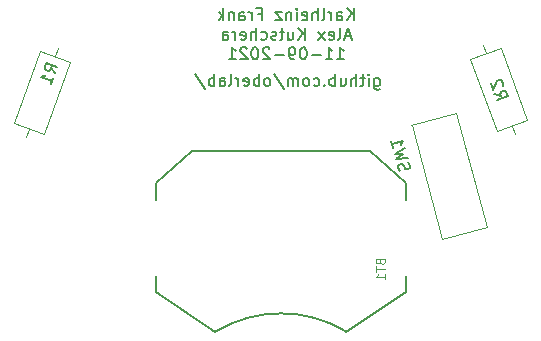
<source format=gbr>
%TF.GenerationSoftware,KiCad,Pcbnew,5.1.10*%
%TF.CreationDate,2021-09-11T14:13:10+02:00*%
%TF.ProjectId,seegeist,73656567-6569-4737-942e-6b696361645f,rev?*%
%TF.SameCoordinates,Original*%
%TF.FileFunction,Legend,Bot*%
%TF.FilePolarity,Positive*%
%FSLAX46Y46*%
G04 Gerber Fmt 4.6, Leading zero omitted, Abs format (unit mm)*
G04 Created by KiCad (PCBNEW 5.1.10) date 2021-09-11 14:13:10*
%MOMM*%
%LPD*%
G01*
G04 APERTURE LIST*
%ADD10C,0.150000*%
%ADD11C,0.203200*%
%ADD12C,0.120000*%
%ADD13C,0.092659*%
G04 APERTURE END LIST*
D10*
X53080323Y-43727714D02*
X53080323Y-44537238D01*
X53127942Y-44632476D01*
X53175561Y-44680095D01*
X53270800Y-44727714D01*
X53413657Y-44727714D01*
X53508895Y-44680095D01*
X53080323Y-44346761D02*
X53175561Y-44394380D01*
X53366038Y-44394380D01*
X53461276Y-44346761D01*
X53508895Y-44299142D01*
X53556514Y-44203904D01*
X53556514Y-43918190D01*
X53508895Y-43822952D01*
X53461276Y-43775333D01*
X53366038Y-43727714D01*
X53175561Y-43727714D01*
X53080323Y-43775333D01*
X52604133Y-44394380D02*
X52604133Y-43727714D01*
X52604133Y-43394380D02*
X52651752Y-43442000D01*
X52604133Y-43489619D01*
X52556514Y-43442000D01*
X52604133Y-43394380D01*
X52604133Y-43489619D01*
X52270800Y-43727714D02*
X51889847Y-43727714D01*
X52127942Y-43394380D02*
X52127942Y-44251523D01*
X52080323Y-44346761D01*
X51985085Y-44394380D01*
X51889847Y-44394380D01*
X51556514Y-44394380D02*
X51556514Y-43394380D01*
X51127942Y-44394380D02*
X51127942Y-43870571D01*
X51175561Y-43775333D01*
X51270800Y-43727714D01*
X51413657Y-43727714D01*
X51508895Y-43775333D01*
X51556514Y-43822952D01*
X50223180Y-43727714D02*
X50223180Y-44394380D01*
X50651752Y-43727714D02*
X50651752Y-44251523D01*
X50604133Y-44346761D01*
X50508895Y-44394380D01*
X50366038Y-44394380D01*
X50270800Y-44346761D01*
X50223180Y-44299142D01*
X49746990Y-44394380D02*
X49746990Y-43394380D01*
X49746990Y-43775333D02*
X49651752Y-43727714D01*
X49461276Y-43727714D01*
X49366038Y-43775333D01*
X49318419Y-43822952D01*
X49270800Y-43918190D01*
X49270800Y-44203904D01*
X49318419Y-44299142D01*
X49366038Y-44346761D01*
X49461276Y-44394380D01*
X49651752Y-44394380D01*
X49746990Y-44346761D01*
X48842228Y-44299142D02*
X48794609Y-44346761D01*
X48842228Y-44394380D01*
X48889847Y-44346761D01*
X48842228Y-44299142D01*
X48842228Y-44394380D01*
X47937466Y-44346761D02*
X48032704Y-44394380D01*
X48223180Y-44394380D01*
X48318419Y-44346761D01*
X48366038Y-44299142D01*
X48413657Y-44203904D01*
X48413657Y-43918190D01*
X48366038Y-43822952D01*
X48318419Y-43775333D01*
X48223180Y-43727714D01*
X48032704Y-43727714D01*
X47937466Y-43775333D01*
X47366038Y-44394380D02*
X47461276Y-44346761D01*
X47508895Y-44299142D01*
X47556514Y-44203904D01*
X47556514Y-43918190D01*
X47508895Y-43822952D01*
X47461276Y-43775333D01*
X47366038Y-43727714D01*
X47223180Y-43727714D01*
X47127942Y-43775333D01*
X47080323Y-43822952D01*
X47032704Y-43918190D01*
X47032704Y-44203904D01*
X47080323Y-44299142D01*
X47127942Y-44346761D01*
X47223180Y-44394380D01*
X47366038Y-44394380D01*
X46604133Y-44394380D02*
X46604133Y-43727714D01*
X46604133Y-43822952D02*
X46556514Y-43775333D01*
X46461276Y-43727714D01*
X46318419Y-43727714D01*
X46223180Y-43775333D01*
X46175561Y-43870571D01*
X46175561Y-44394380D01*
X46175561Y-43870571D02*
X46127942Y-43775333D01*
X46032704Y-43727714D01*
X45889847Y-43727714D01*
X45794609Y-43775333D01*
X45746990Y-43870571D01*
X45746990Y-44394380D01*
X44556514Y-43346761D02*
X45413657Y-44632476D01*
X44080323Y-44394380D02*
X44175561Y-44346761D01*
X44223180Y-44299142D01*
X44270800Y-44203904D01*
X44270800Y-43918190D01*
X44223180Y-43822952D01*
X44175561Y-43775333D01*
X44080323Y-43727714D01*
X43937466Y-43727714D01*
X43842228Y-43775333D01*
X43794609Y-43822952D01*
X43746990Y-43918190D01*
X43746990Y-44203904D01*
X43794609Y-44299142D01*
X43842228Y-44346761D01*
X43937466Y-44394380D01*
X44080323Y-44394380D01*
X43318419Y-44394380D02*
X43318419Y-43394380D01*
X43318419Y-43775333D02*
X43223180Y-43727714D01*
X43032704Y-43727714D01*
X42937466Y-43775333D01*
X42889847Y-43822952D01*
X42842228Y-43918190D01*
X42842228Y-44203904D01*
X42889847Y-44299142D01*
X42937466Y-44346761D01*
X43032704Y-44394380D01*
X43223180Y-44394380D01*
X43318419Y-44346761D01*
X42032704Y-44346761D02*
X42127942Y-44394380D01*
X42318419Y-44394380D01*
X42413657Y-44346761D01*
X42461276Y-44251523D01*
X42461276Y-43870571D01*
X42413657Y-43775333D01*
X42318419Y-43727714D01*
X42127942Y-43727714D01*
X42032704Y-43775333D01*
X41985085Y-43870571D01*
X41985085Y-43965809D01*
X42461276Y-44061047D01*
X41556514Y-44394380D02*
X41556514Y-43727714D01*
X41556514Y-43918190D02*
X41508895Y-43822952D01*
X41461276Y-43775333D01*
X41366038Y-43727714D01*
X41270800Y-43727714D01*
X40794609Y-44394380D02*
X40889847Y-44346761D01*
X40937466Y-44251523D01*
X40937466Y-43394380D01*
X39985085Y-44394380D02*
X39985085Y-43870571D01*
X40032704Y-43775333D01*
X40127942Y-43727714D01*
X40318419Y-43727714D01*
X40413657Y-43775333D01*
X39985085Y-44346761D02*
X40080323Y-44394380D01*
X40318419Y-44394380D01*
X40413657Y-44346761D01*
X40461276Y-44251523D01*
X40461276Y-44156285D01*
X40413657Y-44061047D01*
X40318419Y-44013428D01*
X40080323Y-44013428D01*
X39985085Y-43965809D01*
X39508895Y-44394380D02*
X39508895Y-43394380D01*
X39508895Y-43775333D02*
X39413657Y-43727714D01*
X39223180Y-43727714D01*
X39127942Y-43775333D01*
X39080323Y-43822952D01*
X39032704Y-43918190D01*
X39032704Y-44203904D01*
X39080323Y-44299142D01*
X39127942Y-44346761D01*
X39223180Y-44394380D01*
X39413657Y-44394380D01*
X39508895Y-44346761D01*
X37889847Y-43346761D02*
X38746990Y-44632476D01*
X51308876Y-38832780D02*
X51308876Y-37832780D01*
X50737447Y-38832780D02*
X51166019Y-38261352D01*
X50737447Y-37832780D02*
X51308876Y-38404209D01*
X49880304Y-38832780D02*
X49880304Y-38308971D01*
X49927923Y-38213733D01*
X50023161Y-38166114D01*
X50213638Y-38166114D01*
X50308876Y-38213733D01*
X49880304Y-38785161D02*
X49975542Y-38832780D01*
X50213638Y-38832780D01*
X50308876Y-38785161D01*
X50356495Y-38689923D01*
X50356495Y-38594685D01*
X50308876Y-38499447D01*
X50213638Y-38451828D01*
X49975542Y-38451828D01*
X49880304Y-38404209D01*
X49404114Y-38832780D02*
X49404114Y-38166114D01*
X49404114Y-38356590D02*
X49356495Y-38261352D01*
X49308876Y-38213733D01*
X49213638Y-38166114D01*
X49118400Y-38166114D01*
X48642209Y-38832780D02*
X48737447Y-38785161D01*
X48785066Y-38689923D01*
X48785066Y-37832780D01*
X48261257Y-38832780D02*
X48261257Y-37832780D01*
X47832685Y-38832780D02*
X47832685Y-38308971D01*
X47880304Y-38213733D01*
X47975542Y-38166114D01*
X48118400Y-38166114D01*
X48213638Y-38213733D01*
X48261257Y-38261352D01*
X46975542Y-38785161D02*
X47070780Y-38832780D01*
X47261257Y-38832780D01*
X47356495Y-38785161D01*
X47404114Y-38689923D01*
X47404114Y-38308971D01*
X47356495Y-38213733D01*
X47261257Y-38166114D01*
X47070780Y-38166114D01*
X46975542Y-38213733D01*
X46927923Y-38308971D01*
X46927923Y-38404209D01*
X47404114Y-38499447D01*
X46499352Y-38832780D02*
X46499352Y-38166114D01*
X46499352Y-37832780D02*
X46546971Y-37880400D01*
X46499352Y-37928019D01*
X46451733Y-37880400D01*
X46499352Y-37832780D01*
X46499352Y-37928019D01*
X46023161Y-38166114D02*
X46023161Y-38832780D01*
X46023161Y-38261352D02*
X45975542Y-38213733D01*
X45880304Y-38166114D01*
X45737447Y-38166114D01*
X45642209Y-38213733D01*
X45594590Y-38308971D01*
X45594590Y-38832780D01*
X45213638Y-38166114D02*
X44689828Y-38166114D01*
X45213638Y-38832780D01*
X44689828Y-38832780D01*
X43213638Y-38308971D02*
X43546971Y-38308971D01*
X43546971Y-38832780D02*
X43546971Y-37832780D01*
X43070780Y-37832780D01*
X42689828Y-38832780D02*
X42689828Y-38166114D01*
X42689828Y-38356590D02*
X42642209Y-38261352D01*
X42594590Y-38213733D01*
X42499352Y-38166114D01*
X42404114Y-38166114D01*
X41642209Y-38832780D02*
X41642209Y-38308971D01*
X41689828Y-38213733D01*
X41785066Y-38166114D01*
X41975542Y-38166114D01*
X42070780Y-38213733D01*
X41642209Y-38785161D02*
X41737447Y-38832780D01*
X41975542Y-38832780D01*
X42070780Y-38785161D01*
X42118399Y-38689923D01*
X42118399Y-38594685D01*
X42070780Y-38499447D01*
X41975542Y-38451828D01*
X41737447Y-38451828D01*
X41642209Y-38404209D01*
X41166019Y-38166114D02*
X41166019Y-38832780D01*
X41166019Y-38261352D02*
X41118399Y-38213733D01*
X41023161Y-38166114D01*
X40880304Y-38166114D01*
X40785066Y-38213733D01*
X40737447Y-38308971D01*
X40737447Y-38832780D01*
X40261257Y-38832780D02*
X40261257Y-37832780D01*
X40166019Y-38451828D02*
X39880304Y-38832780D01*
X39880304Y-38166114D02*
X40261257Y-38547066D01*
X51046971Y-40197066D02*
X50570780Y-40197066D01*
X51142209Y-40482780D02*
X50808876Y-39482780D01*
X50475542Y-40482780D01*
X49999352Y-40482780D02*
X50094590Y-40435161D01*
X50142209Y-40339923D01*
X50142209Y-39482780D01*
X49237447Y-40435161D02*
X49332685Y-40482780D01*
X49523161Y-40482780D01*
X49618400Y-40435161D01*
X49666019Y-40339923D01*
X49666019Y-39958971D01*
X49618400Y-39863733D01*
X49523161Y-39816114D01*
X49332685Y-39816114D01*
X49237447Y-39863733D01*
X49189828Y-39958971D01*
X49189828Y-40054209D01*
X49666019Y-40149447D01*
X48856495Y-40482780D02*
X48332685Y-39816114D01*
X48856495Y-39816114D02*
X48332685Y-40482780D01*
X47189828Y-40482780D02*
X47189828Y-39482780D01*
X46618400Y-40482780D02*
X47046971Y-39911352D01*
X46618400Y-39482780D02*
X47189828Y-40054209D01*
X45761257Y-39816114D02*
X45761257Y-40482780D01*
X46189828Y-39816114D02*
X46189828Y-40339923D01*
X46142209Y-40435161D01*
X46046971Y-40482780D01*
X45904114Y-40482780D01*
X45808876Y-40435161D01*
X45761257Y-40387542D01*
X45427923Y-39816114D02*
X45046971Y-39816114D01*
X45285066Y-39482780D02*
X45285066Y-40339923D01*
X45237447Y-40435161D01*
X45142209Y-40482780D01*
X45046971Y-40482780D01*
X44761257Y-40435161D02*
X44666019Y-40482780D01*
X44475542Y-40482780D01*
X44380304Y-40435161D01*
X44332685Y-40339923D01*
X44332685Y-40292304D01*
X44380304Y-40197066D01*
X44475542Y-40149447D01*
X44618400Y-40149447D01*
X44713638Y-40101828D01*
X44761257Y-40006590D01*
X44761257Y-39958971D01*
X44713638Y-39863733D01*
X44618400Y-39816114D01*
X44475542Y-39816114D01*
X44380304Y-39863733D01*
X43475542Y-40435161D02*
X43570780Y-40482780D01*
X43761257Y-40482780D01*
X43856495Y-40435161D01*
X43904114Y-40387542D01*
X43951733Y-40292304D01*
X43951733Y-40006590D01*
X43904114Y-39911352D01*
X43856495Y-39863733D01*
X43761257Y-39816114D01*
X43570780Y-39816114D01*
X43475542Y-39863733D01*
X43046971Y-40482780D02*
X43046971Y-39482780D01*
X42618400Y-40482780D02*
X42618400Y-39958971D01*
X42666019Y-39863733D01*
X42761257Y-39816114D01*
X42904114Y-39816114D01*
X42999352Y-39863733D01*
X43046971Y-39911352D01*
X41761257Y-40435161D02*
X41856495Y-40482780D01*
X42046971Y-40482780D01*
X42142209Y-40435161D01*
X42189828Y-40339923D01*
X42189828Y-39958971D01*
X42142209Y-39863733D01*
X42046971Y-39816114D01*
X41856495Y-39816114D01*
X41761257Y-39863733D01*
X41713638Y-39958971D01*
X41713638Y-40054209D01*
X42189828Y-40149447D01*
X41285066Y-40482780D02*
X41285066Y-39816114D01*
X41285066Y-40006590D02*
X41237447Y-39911352D01*
X41189828Y-39863733D01*
X41094590Y-39816114D01*
X40999352Y-39816114D01*
X40237447Y-40482780D02*
X40237447Y-39958971D01*
X40285066Y-39863733D01*
X40380304Y-39816114D01*
X40570780Y-39816114D01*
X40666019Y-39863733D01*
X40237447Y-40435161D02*
X40332685Y-40482780D01*
X40570780Y-40482780D01*
X40666019Y-40435161D01*
X40713638Y-40339923D01*
X40713638Y-40244685D01*
X40666019Y-40149447D01*
X40570780Y-40101828D01*
X40332685Y-40101828D01*
X40237447Y-40054209D01*
X49904114Y-42132780D02*
X50475542Y-42132780D01*
X50189828Y-42132780D02*
X50189828Y-41132780D01*
X50285066Y-41275638D01*
X50380304Y-41370876D01*
X50475542Y-41418495D01*
X48951733Y-42132780D02*
X49523161Y-42132780D01*
X49237447Y-42132780D02*
X49237447Y-41132780D01*
X49332685Y-41275638D01*
X49427923Y-41370876D01*
X49523161Y-41418495D01*
X48523161Y-41751828D02*
X47761257Y-41751828D01*
X47094590Y-41132780D02*
X46999352Y-41132780D01*
X46904114Y-41180400D01*
X46856495Y-41228019D01*
X46808876Y-41323257D01*
X46761257Y-41513733D01*
X46761257Y-41751828D01*
X46808876Y-41942304D01*
X46856495Y-42037542D01*
X46904114Y-42085161D01*
X46999352Y-42132780D01*
X47094590Y-42132780D01*
X47189828Y-42085161D01*
X47237447Y-42037542D01*
X47285066Y-41942304D01*
X47332685Y-41751828D01*
X47332685Y-41513733D01*
X47285066Y-41323257D01*
X47237447Y-41228019D01*
X47189828Y-41180400D01*
X47094590Y-41132780D01*
X46285066Y-42132780D02*
X46094590Y-42132780D01*
X45999352Y-42085161D01*
X45951733Y-42037542D01*
X45856495Y-41894685D01*
X45808876Y-41704209D01*
X45808876Y-41323257D01*
X45856495Y-41228019D01*
X45904114Y-41180400D01*
X45999352Y-41132780D01*
X46189828Y-41132780D01*
X46285066Y-41180400D01*
X46332685Y-41228019D01*
X46380304Y-41323257D01*
X46380304Y-41561352D01*
X46332685Y-41656590D01*
X46285066Y-41704209D01*
X46189828Y-41751828D01*
X45999352Y-41751828D01*
X45904114Y-41704209D01*
X45856495Y-41656590D01*
X45808876Y-41561352D01*
X45380304Y-41751828D02*
X44618400Y-41751828D01*
X44189828Y-41228019D02*
X44142209Y-41180400D01*
X44046971Y-41132780D01*
X43808876Y-41132780D01*
X43713638Y-41180400D01*
X43666019Y-41228019D01*
X43618400Y-41323257D01*
X43618400Y-41418495D01*
X43666019Y-41561352D01*
X44237447Y-42132780D01*
X43618400Y-42132780D01*
X42999352Y-41132780D02*
X42904114Y-41132780D01*
X42808876Y-41180400D01*
X42761257Y-41228019D01*
X42713638Y-41323257D01*
X42666019Y-41513733D01*
X42666019Y-41751828D01*
X42713638Y-41942304D01*
X42761257Y-42037542D01*
X42808876Y-42085161D01*
X42904114Y-42132780D01*
X42999352Y-42132780D01*
X43094590Y-42085161D01*
X43142209Y-42037542D01*
X43189828Y-41942304D01*
X43237447Y-41751828D01*
X43237447Y-41513733D01*
X43189828Y-41323257D01*
X43142209Y-41228019D01*
X43094590Y-41180400D01*
X42999352Y-41132780D01*
X42285066Y-41228019D02*
X42237447Y-41180400D01*
X42142209Y-41132780D01*
X41904114Y-41132780D01*
X41808876Y-41180400D01*
X41761257Y-41228019D01*
X41713638Y-41323257D01*
X41713638Y-41418495D01*
X41761257Y-41561352D01*
X42332685Y-42132780D01*
X41713638Y-42132780D01*
X40761257Y-42132780D02*
X41332685Y-42132780D01*
X41046971Y-42132780D02*
X41046971Y-41132780D01*
X41142209Y-41275638D01*
X41237447Y-41370876D01*
X41332685Y-41418495D01*
D11*
%TO.C,BT1*%
X52661200Y-49901600D02*
X37661200Y-49901600D01*
X52661200Y-49901600D02*
X55711200Y-52601600D01*
X37661200Y-49901600D02*
X34611200Y-52601600D01*
X34611200Y-61801600D02*
X39611200Y-65201600D01*
X50711200Y-65201600D02*
X55711200Y-61801600D01*
X34611200Y-52601600D02*
X34611200Y-54051600D01*
X55711200Y-54051600D02*
X55711200Y-52601600D01*
X55711200Y-61801600D02*
X55711200Y-60451600D01*
X34611200Y-61801600D02*
X34611200Y-60451600D01*
X50711199Y-65201599D02*
G75*
G03*
X39611200Y-65201600I-5549999J-9161300D01*
G01*
D12*
%TO.C,R1*%
X24763565Y-41415076D02*
X27338322Y-42352211D01*
X27338322Y-42352211D02*
X25101511Y-48497801D01*
X25101511Y-48497801D02*
X22526753Y-47560666D01*
X22526753Y-47560666D02*
X24763565Y-41415076D01*
X26314299Y-41160080D02*
X26050944Y-41883644D01*
X23550776Y-48752797D02*
X23814132Y-48029233D01*
%TO.C,R2*%
X64993624Y-48498797D02*
X64730268Y-47775233D01*
X62230101Y-40906080D02*
X62493456Y-41629644D01*
X63442889Y-48243801D02*
X61206078Y-42098211D01*
X66017647Y-47306666D02*
X63442889Y-48243801D01*
X63780835Y-41161076D02*
X66017647Y-47306666D01*
X61206078Y-42098211D02*
X63780835Y-41161076D01*
%TO.C,SW1*%
X60022267Y-46724131D02*
X56212843Y-47718567D01*
X62599276Y-56341661D02*
X60022267Y-46724131D01*
X58796426Y-57360632D02*
X62599276Y-56341661D01*
X56219417Y-47743102D02*
X58796426Y-57360632D01*
%TO.C,*%
D10*
%TO.C,BT1*%
D13*
X53546465Y-59277062D02*
X53583235Y-59387371D01*
X53620004Y-59424140D01*
X53693543Y-59460910D01*
X53803852Y-59460910D01*
X53877391Y-59424140D01*
X53914160Y-59387371D01*
X53950930Y-59313832D01*
X53950930Y-59019675D01*
X53178770Y-59019675D01*
X53178770Y-59277062D01*
X53215540Y-59350601D01*
X53252309Y-59387371D01*
X53325848Y-59424140D01*
X53399387Y-59424140D01*
X53472926Y-59387371D01*
X53509696Y-59350601D01*
X53546465Y-59277062D01*
X53546465Y-59019675D01*
X53178770Y-59681527D02*
X53178770Y-60122761D01*
X53950930Y-59902144D02*
X53178770Y-59902144D01*
X53950930Y-60784613D02*
X53950930Y-60343378D01*
X53950930Y-60563995D02*
X53178770Y-60563995D01*
X53289079Y-60490456D01*
X53362618Y-60416917D01*
X53399387Y-60343378D01*
%TO.C,R1*%
D10*
X26034502Y-43330507D02*
X25701036Y-42854410D01*
X26229942Y-42793540D02*
X25290249Y-42451520D01*
X25159956Y-42809498D01*
X25172130Y-42915279D01*
X25200590Y-42976313D01*
X25273798Y-43053634D01*
X25408040Y-43102494D01*
X25513821Y-43090320D01*
X25574855Y-43061860D01*
X25652176Y-42988652D01*
X25782469Y-42630674D01*
X25708768Y-44225453D02*
X25904209Y-43688486D01*
X25806488Y-43956969D02*
X24866796Y-43614949D01*
X25033611Y-43574315D01*
X25155679Y-43517393D01*
X25232999Y-43444186D01*
%TO.C,R2*%
X63233504Y-45066138D02*
X63794983Y-45216502D01*
X63428944Y-45603106D02*
X64368637Y-45261085D01*
X64238343Y-44903107D01*
X64161023Y-44829899D01*
X64099989Y-44801439D01*
X63994207Y-44789265D01*
X63859966Y-44838125D01*
X63786758Y-44915446D01*
X63758297Y-44976479D01*
X63746123Y-45082261D01*
X63876417Y-45440239D01*
X63953409Y-44398713D02*
X63981869Y-44337679D01*
X63994043Y-44231898D01*
X63912610Y-44008162D01*
X63835289Y-43934954D01*
X63774255Y-43906493D01*
X63668474Y-43894320D01*
X63578979Y-43926893D01*
X63461024Y-44020500D01*
X63119497Y-44752907D01*
X62907770Y-44171193D01*
%TO.C,SW1*%
X55224522Y-51633861D02*
X55141551Y-51508196D01*
X55079927Y-51278214D01*
X55101274Y-51173896D01*
X55134946Y-51115575D01*
X55214614Y-51044929D01*
X55306607Y-51020279D01*
X55410925Y-51041627D01*
X55469246Y-51075298D01*
X55539892Y-51154967D01*
X55635187Y-51326628D01*
X55705833Y-51406296D01*
X55764154Y-51439968D01*
X55868472Y-51461315D01*
X55960465Y-51436665D01*
X56040133Y-51366019D01*
X56073805Y-51307698D01*
X56095152Y-51203380D01*
X56033528Y-50973398D01*
X55950558Y-50847733D01*
X55910281Y-50513433D02*
X54882732Y-50542270D01*
X55523380Y-50173414D01*
X54784134Y-50174298D01*
X55688436Y-49685497D01*
X54488341Y-49070383D02*
X54636238Y-49622341D01*
X54562289Y-49346362D02*
X55528215Y-49087543D01*
X55414875Y-49216510D01*
X55347532Y-49333152D01*
X55326185Y-49437470D01*
%TD*%
M02*

</source>
